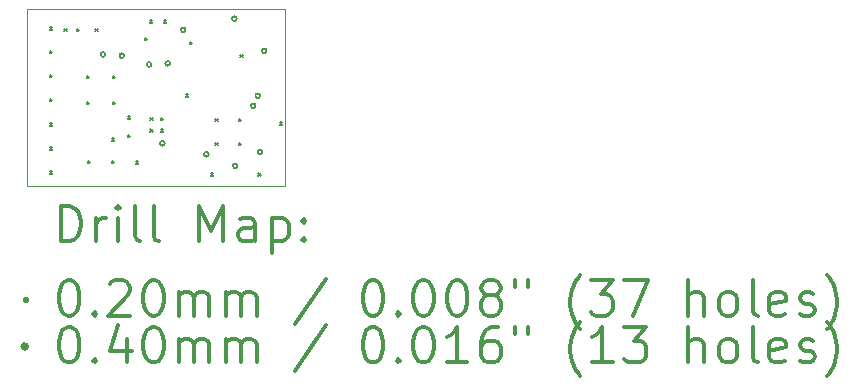
<source format=gbr>
%FSLAX45Y45*%
G04 Gerber Fmt 4.5, Leading zero omitted, Abs format (unit mm)*
G04 Created by KiCad (PCBNEW (5.1.9)-1) date 2022-12-29 17:40:07*
%MOMM*%
%LPD*%
G01*
G04 APERTURE LIST*
%TA.AperFunction,Profile*%
%ADD10C,0.050000*%
%TD*%
%ADD11C,0.200000*%
%ADD12C,0.300000*%
G04 APERTURE END LIST*
D10*
X14046200Y-7011800D02*
X14046200Y-5511800D01*
X14046200Y-7011800D02*
X16230600Y-7011800D01*
X16230600Y-5511800D02*
X16230600Y-7011800D01*
X14046200Y-5511800D02*
X16230600Y-5511800D01*
D11*
X14239400Y-5669440D02*
X14259400Y-5689440D01*
X14259400Y-5669440D02*
X14239400Y-5689440D01*
X14239400Y-5867560D02*
X14259400Y-5887560D01*
X14259400Y-5867560D02*
X14239400Y-5887560D01*
X14239400Y-6070760D02*
X14259400Y-6090760D01*
X14259400Y-6070760D02*
X14239400Y-6090760D01*
X14239400Y-6273960D02*
X14259400Y-6293960D01*
X14259400Y-6273960D02*
X14239400Y-6293960D01*
X14239400Y-6482240D02*
X14259400Y-6502240D01*
X14259400Y-6482240D02*
X14239400Y-6502240D01*
X14239400Y-6685440D02*
X14259400Y-6705440D01*
X14259400Y-6685440D02*
X14239400Y-6705440D01*
X14239400Y-6888640D02*
X14259400Y-6908640D01*
X14259400Y-6888640D02*
X14239400Y-6908640D01*
X14361320Y-5679600D02*
X14381320Y-5699600D01*
X14381320Y-5679600D02*
X14361320Y-5699600D01*
X14467636Y-5678399D02*
X14487636Y-5698399D01*
X14487636Y-5678399D02*
X14467636Y-5698399D01*
X14548500Y-6077600D02*
X14568500Y-6097600D01*
X14568500Y-6077600D02*
X14548500Y-6097600D01*
X14548500Y-6297600D02*
X14568500Y-6317600D01*
X14568500Y-6297600D02*
X14548500Y-6317600D01*
X14556900Y-6797200D02*
X14576900Y-6817200D01*
X14576900Y-6797200D02*
X14556900Y-6817200D01*
X14622061Y-5680599D02*
X14642061Y-5700599D01*
X14642061Y-5680599D02*
X14622061Y-5700599D01*
X14760100Y-6609240D02*
X14780100Y-6629240D01*
X14780100Y-6609240D02*
X14760100Y-6629240D01*
X14760100Y-6797200D02*
X14780100Y-6817200D01*
X14780100Y-6797200D02*
X14760100Y-6817200D01*
X14768500Y-6077600D02*
X14788500Y-6097600D01*
X14788500Y-6077600D02*
X14768500Y-6097600D01*
X14768500Y-6297600D02*
X14788500Y-6317600D01*
X14788500Y-6297600D02*
X14768500Y-6317600D01*
X14899800Y-6578760D02*
X14919800Y-6598760D01*
X14919800Y-6578760D02*
X14899800Y-6598760D01*
X14900078Y-6421200D02*
X14920078Y-6441200D01*
X14920078Y-6421200D02*
X14900078Y-6441200D01*
X14963300Y-6802280D02*
X14983300Y-6822280D01*
X14983300Y-6802280D02*
X14963300Y-6822280D01*
X15039500Y-5758340D02*
X15059500Y-5778340D01*
X15059500Y-5758340D02*
X15039500Y-5778340D01*
X15083388Y-5608480D02*
X15103388Y-5628480D01*
X15103388Y-5608480D02*
X15083388Y-5628480D01*
X15088480Y-6432240D02*
X15108480Y-6452240D01*
X15108480Y-6432240D02*
X15088480Y-6452240D01*
X15088480Y-6532240D02*
X15108480Y-6552240D01*
X15108480Y-6532240D02*
X15088480Y-6552240D01*
X15178480Y-6432240D02*
X15198480Y-6452240D01*
X15198480Y-6432240D02*
X15178480Y-6452240D01*
X15178480Y-6532240D02*
X15198480Y-6552240D01*
X15198480Y-6532240D02*
X15178480Y-6552240D01*
X15204925Y-5608808D02*
X15224925Y-5628808D01*
X15224925Y-5608808D02*
X15204925Y-5628808D01*
X15387480Y-6235860D02*
X15407480Y-6255860D01*
X15407480Y-6235860D02*
X15387480Y-6255860D01*
X15421403Y-5788373D02*
X15441403Y-5808373D01*
X15441403Y-5788373D02*
X15421403Y-5808373D01*
X15598300Y-6903880D02*
X15618300Y-6923880D01*
X15618300Y-6903880D02*
X15598300Y-6923880D01*
X15637000Y-6444200D02*
X15657000Y-6464200D01*
X15657000Y-6444200D02*
X15637000Y-6464200D01*
X15637000Y-6644200D02*
X15657000Y-6664200D01*
X15657000Y-6644200D02*
X15637000Y-6664200D01*
X15837000Y-6444200D02*
X15857000Y-6464200D01*
X15857000Y-6444200D02*
X15837000Y-6464200D01*
X15837000Y-6644200D02*
X15857000Y-6664200D01*
X15857000Y-6644200D02*
X15837000Y-6664200D01*
X15849760Y-5900580D02*
X15869760Y-5920580D01*
X15869760Y-5900580D02*
X15849760Y-5920580D01*
X16002720Y-6903320D02*
X16022720Y-6923320D01*
X16022720Y-6903320D02*
X16002720Y-6923320D01*
X16185397Y-6472080D02*
X16205397Y-6492080D01*
X16205397Y-6472080D02*
X16185397Y-6492080D01*
X14706280Y-5897880D02*
G75*
G03*
X14706280Y-5897880I-20000J0D01*
G01*
X14866795Y-5908811D02*
G75*
G03*
X14866795Y-5908811I-20000J0D01*
G01*
X15097440Y-5982330D02*
G75*
G03*
X15097440Y-5982330I-20000J0D01*
G01*
X15209199Y-6649720D02*
G75*
G03*
X15209199Y-6649720I-20000J0D01*
G01*
X15254920Y-5974080D02*
G75*
G03*
X15254920Y-5974080I-20000J0D01*
G01*
X15386898Y-5689600D02*
G75*
G03*
X15386898Y-5689600I-20000J0D01*
G01*
X15582580Y-6743700D02*
G75*
G03*
X15582580Y-6743700I-20000J0D01*
G01*
X15818800Y-5594350D02*
G75*
G03*
X15818800Y-5594350I-20000J0D01*
G01*
X15826809Y-6840608D02*
G75*
G03*
X15826809Y-6840608I-20000J0D01*
G01*
X15979539Y-6333131D02*
G75*
G03*
X15979539Y-6333131I-20000J0D01*
G01*
X16017604Y-6248302D02*
G75*
G03*
X16017604Y-6248302I-20000J0D01*
G01*
X16037240Y-6725920D02*
G75*
G03*
X16037240Y-6725920I-20000J0D01*
G01*
X16072800Y-5867400D02*
G75*
G03*
X16072800Y-5867400I-20000J0D01*
G01*
D12*
X14330128Y-7480014D02*
X14330128Y-7180014D01*
X14401557Y-7180014D01*
X14444414Y-7194300D01*
X14472986Y-7222871D01*
X14487271Y-7251443D01*
X14501557Y-7308586D01*
X14501557Y-7351443D01*
X14487271Y-7408586D01*
X14472986Y-7437157D01*
X14444414Y-7465729D01*
X14401557Y-7480014D01*
X14330128Y-7480014D01*
X14630128Y-7480014D02*
X14630128Y-7280014D01*
X14630128Y-7337157D02*
X14644414Y-7308586D01*
X14658700Y-7294300D01*
X14687271Y-7280014D01*
X14715843Y-7280014D01*
X14815843Y-7480014D02*
X14815843Y-7280014D01*
X14815843Y-7180014D02*
X14801557Y-7194300D01*
X14815843Y-7208586D01*
X14830128Y-7194300D01*
X14815843Y-7180014D01*
X14815843Y-7208586D01*
X15001557Y-7480014D02*
X14972986Y-7465729D01*
X14958700Y-7437157D01*
X14958700Y-7180014D01*
X15158700Y-7480014D02*
X15130128Y-7465729D01*
X15115843Y-7437157D01*
X15115843Y-7180014D01*
X15501557Y-7480014D02*
X15501557Y-7180014D01*
X15601557Y-7394300D01*
X15701557Y-7180014D01*
X15701557Y-7480014D01*
X15972986Y-7480014D02*
X15972986Y-7322871D01*
X15958700Y-7294300D01*
X15930128Y-7280014D01*
X15872986Y-7280014D01*
X15844414Y-7294300D01*
X15972986Y-7465729D02*
X15944414Y-7480014D01*
X15872986Y-7480014D01*
X15844414Y-7465729D01*
X15830128Y-7437157D01*
X15830128Y-7408586D01*
X15844414Y-7380014D01*
X15872986Y-7365729D01*
X15944414Y-7365729D01*
X15972986Y-7351443D01*
X16115843Y-7280014D02*
X16115843Y-7580014D01*
X16115843Y-7294300D02*
X16144414Y-7280014D01*
X16201557Y-7280014D01*
X16230128Y-7294300D01*
X16244414Y-7308586D01*
X16258700Y-7337157D01*
X16258700Y-7422871D01*
X16244414Y-7451443D01*
X16230128Y-7465729D01*
X16201557Y-7480014D01*
X16144414Y-7480014D01*
X16115843Y-7465729D01*
X16387271Y-7451443D02*
X16401557Y-7465729D01*
X16387271Y-7480014D01*
X16372986Y-7465729D01*
X16387271Y-7451443D01*
X16387271Y-7480014D01*
X16387271Y-7294300D02*
X16401557Y-7308586D01*
X16387271Y-7322871D01*
X16372986Y-7308586D01*
X16387271Y-7294300D01*
X16387271Y-7322871D01*
X14023700Y-7964300D02*
X14043700Y-7984300D01*
X14043700Y-7964300D02*
X14023700Y-7984300D01*
X14387271Y-7810014D02*
X14415843Y-7810014D01*
X14444414Y-7824300D01*
X14458700Y-7838586D01*
X14472986Y-7867157D01*
X14487271Y-7924300D01*
X14487271Y-7995729D01*
X14472986Y-8052871D01*
X14458700Y-8081443D01*
X14444414Y-8095729D01*
X14415843Y-8110014D01*
X14387271Y-8110014D01*
X14358700Y-8095729D01*
X14344414Y-8081443D01*
X14330128Y-8052871D01*
X14315843Y-7995729D01*
X14315843Y-7924300D01*
X14330128Y-7867157D01*
X14344414Y-7838586D01*
X14358700Y-7824300D01*
X14387271Y-7810014D01*
X14615843Y-8081443D02*
X14630128Y-8095729D01*
X14615843Y-8110014D01*
X14601557Y-8095729D01*
X14615843Y-8081443D01*
X14615843Y-8110014D01*
X14744414Y-7838586D02*
X14758700Y-7824300D01*
X14787271Y-7810014D01*
X14858700Y-7810014D01*
X14887271Y-7824300D01*
X14901557Y-7838586D01*
X14915843Y-7867157D01*
X14915843Y-7895729D01*
X14901557Y-7938586D01*
X14730128Y-8110014D01*
X14915843Y-8110014D01*
X15101557Y-7810014D02*
X15130128Y-7810014D01*
X15158700Y-7824300D01*
X15172986Y-7838586D01*
X15187271Y-7867157D01*
X15201557Y-7924300D01*
X15201557Y-7995729D01*
X15187271Y-8052871D01*
X15172986Y-8081443D01*
X15158700Y-8095729D01*
X15130128Y-8110014D01*
X15101557Y-8110014D01*
X15072986Y-8095729D01*
X15058700Y-8081443D01*
X15044414Y-8052871D01*
X15030128Y-7995729D01*
X15030128Y-7924300D01*
X15044414Y-7867157D01*
X15058700Y-7838586D01*
X15072986Y-7824300D01*
X15101557Y-7810014D01*
X15330128Y-8110014D02*
X15330128Y-7910014D01*
X15330128Y-7938586D02*
X15344414Y-7924300D01*
X15372986Y-7910014D01*
X15415843Y-7910014D01*
X15444414Y-7924300D01*
X15458700Y-7952871D01*
X15458700Y-8110014D01*
X15458700Y-7952871D02*
X15472986Y-7924300D01*
X15501557Y-7910014D01*
X15544414Y-7910014D01*
X15572986Y-7924300D01*
X15587271Y-7952871D01*
X15587271Y-8110014D01*
X15730128Y-8110014D02*
X15730128Y-7910014D01*
X15730128Y-7938586D02*
X15744414Y-7924300D01*
X15772986Y-7910014D01*
X15815843Y-7910014D01*
X15844414Y-7924300D01*
X15858700Y-7952871D01*
X15858700Y-8110014D01*
X15858700Y-7952871D02*
X15872986Y-7924300D01*
X15901557Y-7910014D01*
X15944414Y-7910014D01*
X15972986Y-7924300D01*
X15987271Y-7952871D01*
X15987271Y-8110014D01*
X16572986Y-7795729D02*
X16315843Y-8181443D01*
X16958700Y-7810014D02*
X16987271Y-7810014D01*
X17015843Y-7824300D01*
X17030128Y-7838586D01*
X17044414Y-7867157D01*
X17058700Y-7924300D01*
X17058700Y-7995729D01*
X17044414Y-8052871D01*
X17030128Y-8081443D01*
X17015843Y-8095729D01*
X16987271Y-8110014D01*
X16958700Y-8110014D01*
X16930128Y-8095729D01*
X16915843Y-8081443D01*
X16901557Y-8052871D01*
X16887271Y-7995729D01*
X16887271Y-7924300D01*
X16901557Y-7867157D01*
X16915843Y-7838586D01*
X16930128Y-7824300D01*
X16958700Y-7810014D01*
X17187271Y-8081443D02*
X17201557Y-8095729D01*
X17187271Y-8110014D01*
X17172986Y-8095729D01*
X17187271Y-8081443D01*
X17187271Y-8110014D01*
X17387271Y-7810014D02*
X17415843Y-7810014D01*
X17444414Y-7824300D01*
X17458700Y-7838586D01*
X17472986Y-7867157D01*
X17487271Y-7924300D01*
X17487271Y-7995729D01*
X17472986Y-8052871D01*
X17458700Y-8081443D01*
X17444414Y-8095729D01*
X17415843Y-8110014D01*
X17387271Y-8110014D01*
X17358700Y-8095729D01*
X17344414Y-8081443D01*
X17330128Y-8052871D01*
X17315843Y-7995729D01*
X17315843Y-7924300D01*
X17330128Y-7867157D01*
X17344414Y-7838586D01*
X17358700Y-7824300D01*
X17387271Y-7810014D01*
X17672986Y-7810014D02*
X17701557Y-7810014D01*
X17730128Y-7824300D01*
X17744414Y-7838586D01*
X17758700Y-7867157D01*
X17772986Y-7924300D01*
X17772986Y-7995729D01*
X17758700Y-8052871D01*
X17744414Y-8081443D01*
X17730128Y-8095729D01*
X17701557Y-8110014D01*
X17672986Y-8110014D01*
X17644414Y-8095729D01*
X17630128Y-8081443D01*
X17615843Y-8052871D01*
X17601557Y-7995729D01*
X17601557Y-7924300D01*
X17615843Y-7867157D01*
X17630128Y-7838586D01*
X17644414Y-7824300D01*
X17672986Y-7810014D01*
X17944414Y-7938586D02*
X17915843Y-7924300D01*
X17901557Y-7910014D01*
X17887271Y-7881443D01*
X17887271Y-7867157D01*
X17901557Y-7838586D01*
X17915843Y-7824300D01*
X17944414Y-7810014D01*
X18001557Y-7810014D01*
X18030128Y-7824300D01*
X18044414Y-7838586D01*
X18058700Y-7867157D01*
X18058700Y-7881443D01*
X18044414Y-7910014D01*
X18030128Y-7924300D01*
X18001557Y-7938586D01*
X17944414Y-7938586D01*
X17915843Y-7952871D01*
X17901557Y-7967157D01*
X17887271Y-7995729D01*
X17887271Y-8052871D01*
X17901557Y-8081443D01*
X17915843Y-8095729D01*
X17944414Y-8110014D01*
X18001557Y-8110014D01*
X18030128Y-8095729D01*
X18044414Y-8081443D01*
X18058700Y-8052871D01*
X18058700Y-7995729D01*
X18044414Y-7967157D01*
X18030128Y-7952871D01*
X18001557Y-7938586D01*
X18172986Y-7810014D02*
X18172986Y-7867157D01*
X18287271Y-7810014D02*
X18287271Y-7867157D01*
X18730128Y-8224300D02*
X18715843Y-8210014D01*
X18687271Y-8167157D01*
X18672986Y-8138586D01*
X18658700Y-8095729D01*
X18644414Y-8024300D01*
X18644414Y-7967157D01*
X18658700Y-7895729D01*
X18672986Y-7852871D01*
X18687271Y-7824300D01*
X18715843Y-7781443D01*
X18730128Y-7767157D01*
X18815843Y-7810014D02*
X19001557Y-7810014D01*
X18901557Y-7924300D01*
X18944414Y-7924300D01*
X18972986Y-7938586D01*
X18987271Y-7952871D01*
X19001557Y-7981443D01*
X19001557Y-8052871D01*
X18987271Y-8081443D01*
X18972986Y-8095729D01*
X18944414Y-8110014D01*
X18858700Y-8110014D01*
X18830128Y-8095729D01*
X18815843Y-8081443D01*
X19101557Y-7810014D02*
X19301557Y-7810014D01*
X19172986Y-8110014D01*
X19644414Y-8110014D02*
X19644414Y-7810014D01*
X19772986Y-8110014D02*
X19772986Y-7952871D01*
X19758700Y-7924300D01*
X19730128Y-7910014D01*
X19687271Y-7910014D01*
X19658700Y-7924300D01*
X19644414Y-7938586D01*
X19958700Y-8110014D02*
X19930128Y-8095729D01*
X19915843Y-8081443D01*
X19901557Y-8052871D01*
X19901557Y-7967157D01*
X19915843Y-7938586D01*
X19930128Y-7924300D01*
X19958700Y-7910014D01*
X20001557Y-7910014D01*
X20030128Y-7924300D01*
X20044414Y-7938586D01*
X20058700Y-7967157D01*
X20058700Y-8052871D01*
X20044414Y-8081443D01*
X20030128Y-8095729D01*
X20001557Y-8110014D01*
X19958700Y-8110014D01*
X20230128Y-8110014D02*
X20201557Y-8095729D01*
X20187271Y-8067157D01*
X20187271Y-7810014D01*
X20458700Y-8095729D02*
X20430128Y-8110014D01*
X20372986Y-8110014D01*
X20344414Y-8095729D01*
X20330128Y-8067157D01*
X20330128Y-7952871D01*
X20344414Y-7924300D01*
X20372986Y-7910014D01*
X20430128Y-7910014D01*
X20458700Y-7924300D01*
X20472986Y-7952871D01*
X20472986Y-7981443D01*
X20330128Y-8010014D01*
X20587271Y-8095729D02*
X20615843Y-8110014D01*
X20672986Y-8110014D01*
X20701557Y-8095729D01*
X20715843Y-8067157D01*
X20715843Y-8052871D01*
X20701557Y-8024300D01*
X20672986Y-8010014D01*
X20630128Y-8010014D01*
X20601557Y-7995729D01*
X20587271Y-7967157D01*
X20587271Y-7952871D01*
X20601557Y-7924300D01*
X20630128Y-7910014D01*
X20672986Y-7910014D01*
X20701557Y-7924300D01*
X20815843Y-8224300D02*
X20830128Y-8210014D01*
X20858700Y-8167157D01*
X20872986Y-8138586D01*
X20887271Y-8095729D01*
X20901557Y-8024300D01*
X20901557Y-7967157D01*
X20887271Y-7895729D01*
X20872986Y-7852871D01*
X20858700Y-7824300D01*
X20830128Y-7781443D01*
X20815843Y-7767157D01*
X14043700Y-8370300D02*
G75*
G03*
X14043700Y-8370300I-20000J0D01*
G01*
X14387271Y-8206014D02*
X14415843Y-8206014D01*
X14444414Y-8220300D01*
X14458700Y-8234586D01*
X14472986Y-8263157D01*
X14487271Y-8320300D01*
X14487271Y-8391729D01*
X14472986Y-8448872D01*
X14458700Y-8477443D01*
X14444414Y-8491729D01*
X14415843Y-8506014D01*
X14387271Y-8506014D01*
X14358700Y-8491729D01*
X14344414Y-8477443D01*
X14330128Y-8448872D01*
X14315843Y-8391729D01*
X14315843Y-8320300D01*
X14330128Y-8263157D01*
X14344414Y-8234586D01*
X14358700Y-8220300D01*
X14387271Y-8206014D01*
X14615843Y-8477443D02*
X14630128Y-8491729D01*
X14615843Y-8506014D01*
X14601557Y-8491729D01*
X14615843Y-8477443D01*
X14615843Y-8506014D01*
X14887271Y-8306014D02*
X14887271Y-8506014D01*
X14815843Y-8191729D02*
X14744414Y-8406014D01*
X14930128Y-8406014D01*
X15101557Y-8206014D02*
X15130128Y-8206014D01*
X15158700Y-8220300D01*
X15172986Y-8234586D01*
X15187271Y-8263157D01*
X15201557Y-8320300D01*
X15201557Y-8391729D01*
X15187271Y-8448872D01*
X15172986Y-8477443D01*
X15158700Y-8491729D01*
X15130128Y-8506014D01*
X15101557Y-8506014D01*
X15072986Y-8491729D01*
X15058700Y-8477443D01*
X15044414Y-8448872D01*
X15030128Y-8391729D01*
X15030128Y-8320300D01*
X15044414Y-8263157D01*
X15058700Y-8234586D01*
X15072986Y-8220300D01*
X15101557Y-8206014D01*
X15330128Y-8506014D02*
X15330128Y-8306014D01*
X15330128Y-8334586D02*
X15344414Y-8320300D01*
X15372986Y-8306014D01*
X15415843Y-8306014D01*
X15444414Y-8320300D01*
X15458700Y-8348871D01*
X15458700Y-8506014D01*
X15458700Y-8348871D02*
X15472986Y-8320300D01*
X15501557Y-8306014D01*
X15544414Y-8306014D01*
X15572986Y-8320300D01*
X15587271Y-8348871D01*
X15587271Y-8506014D01*
X15730128Y-8506014D02*
X15730128Y-8306014D01*
X15730128Y-8334586D02*
X15744414Y-8320300D01*
X15772986Y-8306014D01*
X15815843Y-8306014D01*
X15844414Y-8320300D01*
X15858700Y-8348871D01*
X15858700Y-8506014D01*
X15858700Y-8348871D02*
X15872986Y-8320300D01*
X15901557Y-8306014D01*
X15944414Y-8306014D01*
X15972986Y-8320300D01*
X15987271Y-8348871D01*
X15987271Y-8506014D01*
X16572986Y-8191729D02*
X16315843Y-8577443D01*
X16958700Y-8206014D02*
X16987271Y-8206014D01*
X17015843Y-8220300D01*
X17030128Y-8234586D01*
X17044414Y-8263157D01*
X17058700Y-8320300D01*
X17058700Y-8391729D01*
X17044414Y-8448872D01*
X17030128Y-8477443D01*
X17015843Y-8491729D01*
X16987271Y-8506014D01*
X16958700Y-8506014D01*
X16930128Y-8491729D01*
X16915843Y-8477443D01*
X16901557Y-8448872D01*
X16887271Y-8391729D01*
X16887271Y-8320300D01*
X16901557Y-8263157D01*
X16915843Y-8234586D01*
X16930128Y-8220300D01*
X16958700Y-8206014D01*
X17187271Y-8477443D02*
X17201557Y-8491729D01*
X17187271Y-8506014D01*
X17172986Y-8491729D01*
X17187271Y-8477443D01*
X17187271Y-8506014D01*
X17387271Y-8206014D02*
X17415843Y-8206014D01*
X17444414Y-8220300D01*
X17458700Y-8234586D01*
X17472986Y-8263157D01*
X17487271Y-8320300D01*
X17487271Y-8391729D01*
X17472986Y-8448872D01*
X17458700Y-8477443D01*
X17444414Y-8491729D01*
X17415843Y-8506014D01*
X17387271Y-8506014D01*
X17358700Y-8491729D01*
X17344414Y-8477443D01*
X17330128Y-8448872D01*
X17315843Y-8391729D01*
X17315843Y-8320300D01*
X17330128Y-8263157D01*
X17344414Y-8234586D01*
X17358700Y-8220300D01*
X17387271Y-8206014D01*
X17772986Y-8506014D02*
X17601557Y-8506014D01*
X17687271Y-8506014D02*
X17687271Y-8206014D01*
X17658700Y-8248871D01*
X17630128Y-8277443D01*
X17601557Y-8291729D01*
X18030128Y-8206014D02*
X17972986Y-8206014D01*
X17944414Y-8220300D01*
X17930128Y-8234586D01*
X17901557Y-8277443D01*
X17887271Y-8334586D01*
X17887271Y-8448872D01*
X17901557Y-8477443D01*
X17915843Y-8491729D01*
X17944414Y-8506014D01*
X18001557Y-8506014D01*
X18030128Y-8491729D01*
X18044414Y-8477443D01*
X18058700Y-8448872D01*
X18058700Y-8377443D01*
X18044414Y-8348871D01*
X18030128Y-8334586D01*
X18001557Y-8320300D01*
X17944414Y-8320300D01*
X17915843Y-8334586D01*
X17901557Y-8348871D01*
X17887271Y-8377443D01*
X18172986Y-8206014D02*
X18172986Y-8263157D01*
X18287271Y-8206014D02*
X18287271Y-8263157D01*
X18730128Y-8620300D02*
X18715843Y-8606014D01*
X18687271Y-8563157D01*
X18672986Y-8534586D01*
X18658700Y-8491729D01*
X18644414Y-8420300D01*
X18644414Y-8363157D01*
X18658700Y-8291729D01*
X18672986Y-8248871D01*
X18687271Y-8220300D01*
X18715843Y-8177443D01*
X18730128Y-8163157D01*
X19001557Y-8506014D02*
X18830128Y-8506014D01*
X18915843Y-8506014D02*
X18915843Y-8206014D01*
X18887271Y-8248871D01*
X18858700Y-8277443D01*
X18830128Y-8291729D01*
X19101557Y-8206014D02*
X19287271Y-8206014D01*
X19187271Y-8320300D01*
X19230128Y-8320300D01*
X19258700Y-8334586D01*
X19272986Y-8348871D01*
X19287271Y-8377443D01*
X19287271Y-8448872D01*
X19272986Y-8477443D01*
X19258700Y-8491729D01*
X19230128Y-8506014D01*
X19144414Y-8506014D01*
X19115843Y-8491729D01*
X19101557Y-8477443D01*
X19644414Y-8506014D02*
X19644414Y-8206014D01*
X19772986Y-8506014D02*
X19772986Y-8348871D01*
X19758700Y-8320300D01*
X19730128Y-8306014D01*
X19687271Y-8306014D01*
X19658700Y-8320300D01*
X19644414Y-8334586D01*
X19958700Y-8506014D02*
X19930128Y-8491729D01*
X19915843Y-8477443D01*
X19901557Y-8448872D01*
X19901557Y-8363157D01*
X19915843Y-8334586D01*
X19930128Y-8320300D01*
X19958700Y-8306014D01*
X20001557Y-8306014D01*
X20030128Y-8320300D01*
X20044414Y-8334586D01*
X20058700Y-8363157D01*
X20058700Y-8448872D01*
X20044414Y-8477443D01*
X20030128Y-8491729D01*
X20001557Y-8506014D01*
X19958700Y-8506014D01*
X20230128Y-8506014D02*
X20201557Y-8491729D01*
X20187271Y-8463157D01*
X20187271Y-8206014D01*
X20458700Y-8491729D02*
X20430128Y-8506014D01*
X20372986Y-8506014D01*
X20344414Y-8491729D01*
X20330128Y-8463157D01*
X20330128Y-8348871D01*
X20344414Y-8320300D01*
X20372986Y-8306014D01*
X20430128Y-8306014D01*
X20458700Y-8320300D01*
X20472986Y-8348871D01*
X20472986Y-8377443D01*
X20330128Y-8406014D01*
X20587271Y-8491729D02*
X20615843Y-8506014D01*
X20672986Y-8506014D01*
X20701557Y-8491729D01*
X20715843Y-8463157D01*
X20715843Y-8448872D01*
X20701557Y-8420300D01*
X20672986Y-8406014D01*
X20630128Y-8406014D01*
X20601557Y-8391729D01*
X20587271Y-8363157D01*
X20587271Y-8348871D01*
X20601557Y-8320300D01*
X20630128Y-8306014D01*
X20672986Y-8306014D01*
X20701557Y-8320300D01*
X20815843Y-8620300D02*
X20830128Y-8606014D01*
X20858700Y-8563157D01*
X20872986Y-8534586D01*
X20887271Y-8491729D01*
X20901557Y-8420300D01*
X20901557Y-8363157D01*
X20887271Y-8291729D01*
X20872986Y-8248871D01*
X20858700Y-8220300D01*
X20830128Y-8177443D01*
X20815843Y-8163157D01*
M02*

</source>
